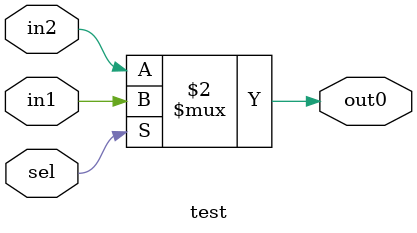
<source format=v>
module test (out0,in1,in2,sel);
 input sel;
 input in1,in2;
 output out0;
 reg out0;
 always @( in1 or in2 or sel)
   out0 = sel ? in1 : in2; //warning here
endmodule


</source>
